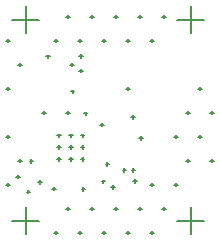
<source format=gbr>
%TF.GenerationSoftware,Altium Limited,Altium Designer,21.3.2 (30)*%
G04 Layer_Color=128*
%FSLAX26Y26*%
%MOIN*%
%TF.SameCoordinates,7249F2FC-C291-4BAF-AEBD-B68F3D0C2602*%
%TF.FilePolarity,Positive*%
%TF.FileFunction,Drillmap*%
%TF.Part,Single*%
G01*
G75*
%TA.AperFunction,NonConductor*%
%ADD45C,0.005000*%
D45*
X4085000Y3350000D02*
X4175000D01*
X4130000Y3305000D02*
Y3395000D01*
X4085000Y2680000D02*
X4175000D01*
X4130000Y2635000D02*
Y2725000D01*
X3535000Y2680000D02*
X3625000D01*
X3580000Y2635000D02*
Y2725000D01*
X3535000Y3350000D02*
X3625000D01*
X3580000Y3305000D02*
Y3395000D01*
X4154000Y3120000D02*
X4166000D01*
X4160000Y3114000D02*
Y3126000D01*
X4194000Y3040000D02*
X4206000D01*
X4200000Y3034000D02*
Y3046000D01*
X4154000Y2960000D02*
X4166000D01*
X4160000Y2954000D02*
Y2966000D01*
X4194000Y2880000D02*
X4206000D01*
X4200000Y2874000D02*
Y2886000D01*
X4114000Y3040000D02*
X4126000D01*
X4120000Y3034000D02*
Y3046000D01*
X4074000Y2960000D02*
X4086000D01*
X4080000Y2954000D02*
Y2966000D01*
X4114000Y2880000D02*
X4126000D01*
X4120000Y2874000D02*
Y2886000D01*
X4074000Y2800000D02*
X4086000D01*
X4080000Y2794000D02*
Y2806000D01*
X4034000Y3360000D02*
X4046000D01*
X4040000Y3354000D02*
Y3366000D01*
X3994000Y3280000D02*
X4006000D01*
X4000000Y3274000D02*
Y3286000D01*
X3994000Y2800000D02*
X4006000D01*
X4000000Y2794000D02*
Y2806000D01*
X4034000Y2720000D02*
X4046000D01*
X4040000Y2714000D02*
Y2726000D01*
X3994000Y2640000D02*
X4006000D01*
X4000000Y2634000D02*
Y2646000D01*
X3954000Y3360000D02*
X3966000D01*
X3960000Y3354000D02*
Y3366000D01*
X3914000Y3280000D02*
X3926000D01*
X3920000Y3274000D02*
Y3286000D01*
X3914000Y3120000D02*
X3926000D01*
X3920000Y3114000D02*
Y3126000D01*
X3954000Y2720000D02*
X3966000D01*
X3960000Y2714000D02*
Y2726000D01*
X3914000Y2640000D02*
X3926000D01*
X3920000Y2634000D02*
Y2646000D01*
X3874000Y3360000D02*
X3886000D01*
X3880000Y3354000D02*
Y3366000D01*
X3834000Y3280000D02*
X3846000D01*
X3840000Y3274000D02*
Y3286000D01*
X3874000Y2720000D02*
X3886000D01*
X3880000Y2714000D02*
Y2726000D01*
X3834000Y2640000D02*
X3846000D01*
X3840000Y2634000D02*
Y2646000D01*
X3794000Y3360000D02*
X3806000D01*
X3800000Y3354000D02*
Y3366000D01*
X3754000Y3280000D02*
X3766000D01*
X3760000Y3274000D02*
Y3286000D01*
X3794000Y2720000D02*
X3806000D01*
X3800000Y2714000D02*
Y2726000D01*
X3754000Y2640000D02*
X3766000D01*
X3760000Y2634000D02*
Y2646000D01*
X3714000Y3360000D02*
X3726000D01*
X3720000Y3354000D02*
Y3366000D01*
X3674000Y3280000D02*
X3686000D01*
X3680000Y3274000D02*
Y3286000D01*
X3714000Y3040000D02*
X3726000D01*
X3720000Y3034000D02*
Y3046000D01*
X3714000Y2720000D02*
X3726000D01*
X3720000Y2714000D02*
Y2726000D01*
X3674000Y2640000D02*
X3686000D01*
X3680000Y2634000D02*
Y2646000D01*
X3634000Y3040000D02*
X3646000D01*
X3640000Y3034000D02*
Y3046000D01*
X3514000Y3280000D02*
X3526000D01*
X3520000Y3274000D02*
Y3286000D01*
X3554000Y3200000D02*
X3566000D01*
X3560000Y3194000D02*
Y3206000D01*
X3514000Y3120000D02*
X3526000D01*
X3520000Y3114000D02*
Y3126000D01*
X3514000Y2960000D02*
X3526000D01*
X3520000Y2954000D02*
Y2966000D01*
X3554000Y2880000D02*
X3566000D01*
X3560000Y2874000D02*
Y2886000D01*
X3514000Y2800000D02*
X3526000D01*
X3520000Y2794000D02*
Y2806000D01*
X3549000Y2827000D02*
X3561000D01*
X3555000Y2821000D02*
Y2833000D01*
X3865000Y2793000D02*
X3877000D01*
X3871000Y2787000D02*
Y2799000D01*
X3766000Y2786000D02*
X3778000D01*
X3772000Y2780000D02*
Y2792000D01*
X3669000Y2787000D02*
X3681000D01*
X3675000Y2781000D02*
Y2793000D01*
X3958342Y2954945D02*
X3970342D01*
X3964342Y2948945D02*
Y2960945D01*
X3931299Y3025205D02*
X3943299D01*
X3937299Y3019205D02*
Y3031205D01*
X3846000Y2869000D02*
X3858000D01*
X3852000Y2863000D02*
Y2875000D01*
X3903000Y2848000D02*
X3915000D01*
X3909000Y2842000D02*
Y2854000D01*
X3933000Y2848000D02*
X3945000D01*
X3939000Y2842000D02*
Y2854000D01*
X3622000Y2808000D02*
X3634000D01*
X3628000Y2802000D02*
Y2814000D01*
X3593000Y2878000D02*
X3605000D01*
X3599000Y2872000D02*
Y2884000D01*
X3583000Y2777000D02*
X3595000D01*
X3589000Y2771000D02*
Y2783000D01*
X3729000Y3200000D02*
X3741000D01*
X3735000Y3194000D02*
Y3206000D01*
X3773213Y3037417D02*
X3785213D01*
X3779213Y3031417D02*
Y3043417D01*
X3730000Y3110905D02*
X3742000D01*
X3736000Y3104905D02*
Y3116905D01*
X3833000Y2811000D02*
X3845000D01*
X3839000Y2805000D02*
Y2817000D01*
X3938000Y2812000D02*
X3950000D01*
X3944000Y2806000D02*
Y2818000D01*
X3759000Y3180000D02*
X3771000D01*
X3765000Y3174000D02*
Y3186000D01*
X3759000Y3228000D02*
X3771000D01*
X3765000Y3222000D02*
Y3234000D01*
X3648472Y3227528D02*
X3660472D01*
X3654472Y3221528D02*
Y3233528D01*
X3828000Y3000000D02*
X3840000D01*
X3834000Y2994000D02*
Y3006000D01*
X3763370Y2964370D02*
X3775370D01*
X3769370Y2958370D02*
Y2970370D01*
X3763370Y2925000D02*
X3775370D01*
X3769370Y2919000D02*
Y2931000D01*
X3763370Y2885630D02*
X3775370D01*
X3769370Y2879630D02*
Y2891630D01*
X3724000Y2964370D02*
X3736000D01*
X3730000Y2958370D02*
Y2970370D01*
X3724000Y2925000D02*
X3736000D01*
X3730000Y2919000D02*
Y2931000D01*
X3724000Y2885630D02*
X3736000D01*
X3730000Y2879630D02*
Y2891630D01*
X3684630Y2964370D02*
X3696630D01*
X3690630Y2958370D02*
Y2970370D01*
X3684630Y2925000D02*
X3696630D01*
X3690630Y2919000D02*
Y2931000D01*
X3684630Y2885630D02*
X3696630D01*
X3690630Y2879630D02*
Y2891630D01*
%TF.MD5,37608ee62067122f40d292f6d0594a50*%
M02*

</source>
